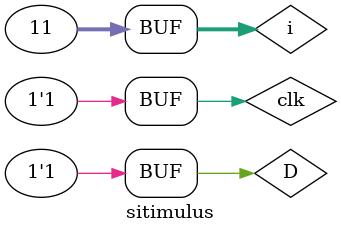
<source format=v>
`timescale 1ns/1ps
module d_ff
(
    input wire clk,
    input wire D,
    output reg  Q
);

always @(posedge clk) begin
    Q = D;
end
endmodule

module sitimulus;
	reg clk;
	reg D;
	wire Q;

	d_ff d_ff_d1(
		.clk(clk),
		.D(D),
		.Q(Q)
	);
	integer i;
	
	initial begin
		$dumpfile("test.vcd");
		$dumpvars(0,sitimulus);
		D = 0;
		#8 D=1;
		#10 D=0;
		#10 D=0;
		#10 D=1;
		#10 D=0;
		#10 D=1;
		#40;
	end
	initial begin
		clk = 0;
		for (i = 0;i<=10 ;i=i+1 ) begin
			#10 clk=~clk;
		end
	end

	initial begin
		$monitor("Clock=%d,D=%d,Q=%d\n",clk,D,Q);
	end
endmodule
</source>
